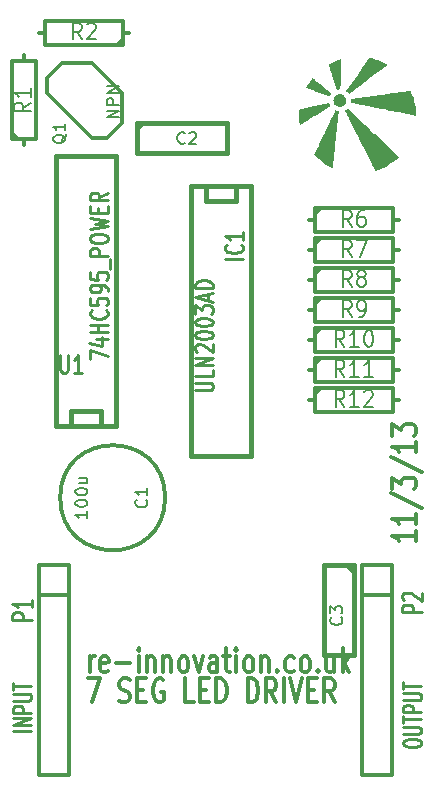
<source format=gto>
G04 (created by PCBNEW (2013-07-07 BZR 4022)-stable) date 17/03/2015 13:31:24*
%MOIN*%
G04 Gerber Fmt 3.4, Leading zero omitted, Abs format*
%FSLAX34Y34*%
G01*
G70*
G90*
G04 APERTURE LIST*
%ADD10C,0.00590551*%
%ADD11C,0.012*%
%ADD12C,0.015*%
%ADD13C,0.0001*%
%ADD14C,0.0107*%
%ADD15C,0.01*%
%ADD16C,0.01125*%
%ADD17C,0.0113*%
%ADD18C,0.008*%
G04 APERTURE END LIST*
G54D10*
G54D11*
X24823Y-29350D02*
X24823Y-29692D01*
X24823Y-29521D02*
X24023Y-29521D01*
X24138Y-29578D01*
X24214Y-29635D01*
X24252Y-29692D01*
X24823Y-28778D02*
X24823Y-29121D01*
X24823Y-28950D02*
X24023Y-28950D01*
X24138Y-29007D01*
X24214Y-29064D01*
X24252Y-29121D01*
X23985Y-28092D02*
X25014Y-28607D01*
X24023Y-27950D02*
X24023Y-27578D01*
X24328Y-27778D01*
X24328Y-27692D01*
X24366Y-27635D01*
X24404Y-27607D01*
X24480Y-27578D01*
X24671Y-27578D01*
X24747Y-27607D01*
X24785Y-27635D01*
X24823Y-27692D01*
X24823Y-27864D01*
X24785Y-27921D01*
X24747Y-27950D01*
X23985Y-26892D02*
X25014Y-27407D01*
X24823Y-26378D02*
X24823Y-26721D01*
X24823Y-26550D02*
X24023Y-26550D01*
X24138Y-26607D01*
X24214Y-26664D01*
X24252Y-26721D01*
X24023Y-26178D02*
X24023Y-25807D01*
X24328Y-26007D01*
X24328Y-25921D01*
X24366Y-25864D01*
X24404Y-25835D01*
X24480Y-25807D01*
X24671Y-25807D01*
X24747Y-25835D01*
X24785Y-25864D01*
X24823Y-25921D01*
X24823Y-26092D01*
X24785Y-26149D01*
X24747Y-26178D01*
X13935Y-34073D02*
X13935Y-33540D01*
X13935Y-33692D02*
X13964Y-33616D01*
X13992Y-33578D01*
X14050Y-33540D01*
X14107Y-33540D01*
X14535Y-34035D02*
X14478Y-34073D01*
X14364Y-34073D01*
X14307Y-34035D01*
X14278Y-33959D01*
X14278Y-33654D01*
X14307Y-33578D01*
X14364Y-33540D01*
X14478Y-33540D01*
X14535Y-33578D01*
X14564Y-33654D01*
X14564Y-33730D01*
X14278Y-33807D01*
X14821Y-33769D02*
X15278Y-33769D01*
X15564Y-34073D02*
X15564Y-33540D01*
X15564Y-33273D02*
X15535Y-33311D01*
X15564Y-33350D01*
X15592Y-33311D01*
X15564Y-33273D01*
X15564Y-33350D01*
X15850Y-33540D02*
X15850Y-34073D01*
X15850Y-33616D02*
X15878Y-33578D01*
X15935Y-33540D01*
X16021Y-33540D01*
X16078Y-33578D01*
X16107Y-33654D01*
X16107Y-34073D01*
X16392Y-33540D02*
X16392Y-34073D01*
X16392Y-33616D02*
X16421Y-33578D01*
X16478Y-33540D01*
X16564Y-33540D01*
X16621Y-33578D01*
X16650Y-33654D01*
X16650Y-34073D01*
X17021Y-34073D02*
X16964Y-34035D01*
X16935Y-33997D01*
X16907Y-33921D01*
X16907Y-33692D01*
X16935Y-33616D01*
X16964Y-33578D01*
X17021Y-33540D01*
X17107Y-33540D01*
X17164Y-33578D01*
X17192Y-33616D01*
X17221Y-33692D01*
X17221Y-33921D01*
X17192Y-33997D01*
X17164Y-34035D01*
X17107Y-34073D01*
X17021Y-34073D01*
X17421Y-33540D02*
X17564Y-34073D01*
X17707Y-33540D01*
X18192Y-34073D02*
X18192Y-33654D01*
X18164Y-33578D01*
X18107Y-33540D01*
X17992Y-33540D01*
X17935Y-33578D01*
X18192Y-34035D02*
X18135Y-34073D01*
X17992Y-34073D01*
X17935Y-34035D01*
X17907Y-33959D01*
X17907Y-33883D01*
X17935Y-33807D01*
X17992Y-33769D01*
X18135Y-33769D01*
X18192Y-33730D01*
X18392Y-33540D02*
X18621Y-33540D01*
X18478Y-33273D02*
X18478Y-33959D01*
X18507Y-34035D01*
X18564Y-34073D01*
X18621Y-34073D01*
X18821Y-34073D02*
X18821Y-33540D01*
X18821Y-33273D02*
X18792Y-33311D01*
X18821Y-33350D01*
X18850Y-33311D01*
X18821Y-33273D01*
X18821Y-33350D01*
X19192Y-34073D02*
X19135Y-34035D01*
X19107Y-33997D01*
X19078Y-33921D01*
X19078Y-33692D01*
X19107Y-33616D01*
X19135Y-33578D01*
X19192Y-33540D01*
X19278Y-33540D01*
X19335Y-33578D01*
X19364Y-33616D01*
X19392Y-33692D01*
X19392Y-33921D01*
X19364Y-33997D01*
X19335Y-34035D01*
X19278Y-34073D01*
X19192Y-34073D01*
X19650Y-33540D02*
X19650Y-34073D01*
X19650Y-33616D02*
X19678Y-33578D01*
X19735Y-33540D01*
X19821Y-33540D01*
X19878Y-33578D01*
X19907Y-33654D01*
X19907Y-34073D01*
X20192Y-33997D02*
X20221Y-34035D01*
X20192Y-34073D01*
X20164Y-34035D01*
X20192Y-33997D01*
X20192Y-34073D01*
X20735Y-34035D02*
X20678Y-34073D01*
X20564Y-34073D01*
X20507Y-34035D01*
X20478Y-33997D01*
X20450Y-33921D01*
X20450Y-33692D01*
X20478Y-33616D01*
X20507Y-33578D01*
X20564Y-33540D01*
X20678Y-33540D01*
X20735Y-33578D01*
X21078Y-34073D02*
X21021Y-34035D01*
X20992Y-33997D01*
X20964Y-33921D01*
X20964Y-33692D01*
X20992Y-33616D01*
X21021Y-33578D01*
X21078Y-33540D01*
X21164Y-33540D01*
X21221Y-33578D01*
X21250Y-33616D01*
X21278Y-33692D01*
X21278Y-33921D01*
X21250Y-33997D01*
X21221Y-34035D01*
X21164Y-34073D01*
X21078Y-34073D01*
X21535Y-33997D02*
X21564Y-34035D01*
X21535Y-34073D01*
X21507Y-34035D01*
X21535Y-33997D01*
X21535Y-34073D01*
X22078Y-33540D02*
X22078Y-34073D01*
X21821Y-33540D02*
X21821Y-33959D01*
X21850Y-34035D01*
X21907Y-34073D01*
X21992Y-34073D01*
X22050Y-34035D01*
X22078Y-33997D01*
X22364Y-34073D02*
X22364Y-33273D01*
X22421Y-33769D02*
X22592Y-34073D01*
X22592Y-33540D02*
X22364Y-33845D01*
X13871Y-34273D02*
X14271Y-34273D01*
X14014Y-35073D01*
X14928Y-35035D02*
X15014Y-35073D01*
X15157Y-35073D01*
X15214Y-35035D01*
X15242Y-34997D01*
X15271Y-34921D01*
X15271Y-34845D01*
X15242Y-34769D01*
X15214Y-34730D01*
X15157Y-34692D01*
X15042Y-34654D01*
X14985Y-34616D01*
X14957Y-34578D01*
X14928Y-34502D01*
X14928Y-34426D01*
X14957Y-34350D01*
X14985Y-34311D01*
X15042Y-34273D01*
X15185Y-34273D01*
X15271Y-34311D01*
X15528Y-34654D02*
X15728Y-34654D01*
X15814Y-35073D02*
X15528Y-35073D01*
X15528Y-34273D01*
X15814Y-34273D01*
X16385Y-34311D02*
X16328Y-34273D01*
X16242Y-34273D01*
X16157Y-34311D01*
X16100Y-34388D01*
X16071Y-34464D01*
X16042Y-34616D01*
X16042Y-34730D01*
X16071Y-34883D01*
X16100Y-34959D01*
X16157Y-35035D01*
X16242Y-35073D01*
X16300Y-35073D01*
X16385Y-35035D01*
X16414Y-34997D01*
X16414Y-34730D01*
X16300Y-34730D01*
X17414Y-35073D02*
X17128Y-35073D01*
X17128Y-34273D01*
X17614Y-34654D02*
X17814Y-34654D01*
X17900Y-35073D02*
X17614Y-35073D01*
X17614Y-34273D01*
X17900Y-34273D01*
X18157Y-35073D02*
X18157Y-34273D01*
X18300Y-34273D01*
X18385Y-34311D01*
X18442Y-34388D01*
X18471Y-34464D01*
X18500Y-34616D01*
X18500Y-34730D01*
X18471Y-34883D01*
X18442Y-34959D01*
X18385Y-35035D01*
X18300Y-35073D01*
X18157Y-35073D01*
X19214Y-35073D02*
X19214Y-34273D01*
X19357Y-34273D01*
X19442Y-34311D01*
X19500Y-34388D01*
X19528Y-34464D01*
X19557Y-34616D01*
X19557Y-34730D01*
X19528Y-34883D01*
X19500Y-34959D01*
X19442Y-35035D01*
X19357Y-35073D01*
X19214Y-35073D01*
X20157Y-35073D02*
X19957Y-34692D01*
X19814Y-35073D02*
X19814Y-34273D01*
X20042Y-34273D01*
X20100Y-34311D01*
X20128Y-34350D01*
X20157Y-34426D01*
X20157Y-34540D01*
X20128Y-34616D01*
X20100Y-34654D01*
X20042Y-34692D01*
X19814Y-34692D01*
X20414Y-35073D02*
X20414Y-34273D01*
X20614Y-34273D02*
X20814Y-35073D01*
X21014Y-34273D01*
X21214Y-34654D02*
X21414Y-34654D01*
X21500Y-35073D02*
X21214Y-35073D01*
X21214Y-34273D01*
X21500Y-34273D01*
X22100Y-35073D02*
X21900Y-34692D01*
X21757Y-35073D02*
X21757Y-34273D01*
X21985Y-34273D01*
X22042Y-34311D01*
X22071Y-34350D01*
X22100Y-34426D01*
X22100Y-34540D01*
X22071Y-34616D01*
X22042Y-34654D01*
X21985Y-34692D01*
X21757Y-34692D01*
X13250Y-30500D02*
X13250Y-30500D01*
X13250Y-30500D02*
X13250Y-37500D01*
X13250Y-37500D02*
X12250Y-37500D01*
X12250Y-37500D02*
X12250Y-30500D01*
X12250Y-30500D02*
X13250Y-30500D01*
X12250Y-31500D02*
X12250Y-31500D01*
X12250Y-31500D02*
X13250Y-31500D01*
X24000Y-30500D02*
X24000Y-30500D01*
X24000Y-30500D02*
X24000Y-37500D01*
X24000Y-37500D02*
X23000Y-37500D01*
X23000Y-37500D02*
X23000Y-30500D01*
X23000Y-30500D02*
X24000Y-30500D01*
X23000Y-31500D02*
X23000Y-31500D01*
X23000Y-31500D02*
X24000Y-31500D01*
G54D12*
X13300Y-25850D02*
X13300Y-25850D01*
X13300Y-25850D02*
X13300Y-25350D01*
X13300Y-25350D02*
X14300Y-25350D01*
X14300Y-25350D02*
X14300Y-25850D01*
X12800Y-25850D02*
X12800Y-16850D01*
X12800Y-16850D02*
X14800Y-16850D01*
X14800Y-16850D02*
X14800Y-25850D01*
X14800Y-25850D02*
X12800Y-25850D01*
G54D11*
X12500Y-14750D02*
X14000Y-16250D01*
X14000Y-16250D02*
X14500Y-16250D01*
X14500Y-16250D02*
X15000Y-15750D01*
X15000Y-15750D02*
X15000Y-14750D01*
X15000Y-14750D02*
X14000Y-13750D01*
X14000Y-13750D02*
X13000Y-13750D01*
X13000Y-13750D02*
X12500Y-14250D01*
X12500Y-14250D02*
X12500Y-14750D01*
X11750Y-16500D02*
X11750Y-16300D01*
X11750Y-13500D02*
X11750Y-13700D01*
X11750Y-13700D02*
X11350Y-13700D01*
X11350Y-13700D02*
X11350Y-16300D01*
X11350Y-16300D02*
X12150Y-16300D01*
X12150Y-16300D02*
X12150Y-13700D01*
X12150Y-13700D02*
X11750Y-13700D01*
X11550Y-16300D02*
X11350Y-16100D01*
X15250Y-12750D02*
X15050Y-12750D01*
X12250Y-12750D02*
X12450Y-12750D01*
X12450Y-12750D02*
X12450Y-13150D01*
X12450Y-13150D02*
X15050Y-13150D01*
X15050Y-13150D02*
X15050Y-12350D01*
X15050Y-12350D02*
X12450Y-12350D01*
X12450Y-12350D02*
X12450Y-12750D01*
X15050Y-12950D02*
X14850Y-13150D01*
X16450Y-28250D02*
G75*
G03X16450Y-28250I-1750J0D01*
G74*
G01*
G54D12*
X15500Y-15750D02*
X15500Y-16750D01*
X15500Y-16750D02*
X18500Y-16750D01*
X18500Y-16750D02*
X18500Y-15750D01*
X18500Y-15750D02*
X15500Y-15750D01*
G54D11*
X15500Y-16000D02*
X15750Y-15750D01*
G54D12*
X18800Y-17850D02*
X18800Y-17850D01*
X18800Y-17850D02*
X18800Y-18350D01*
X18800Y-18350D02*
X17800Y-18350D01*
X17800Y-18350D02*
X17800Y-17850D01*
X19300Y-17850D02*
X19300Y-26850D01*
X19300Y-26850D02*
X17300Y-26850D01*
X17300Y-26850D02*
X17300Y-17850D01*
X17300Y-17850D02*
X19300Y-17850D01*
G54D11*
X21250Y-19000D02*
X21450Y-19000D01*
X24250Y-19000D02*
X24050Y-19000D01*
X24050Y-19000D02*
X24050Y-18600D01*
X24050Y-18600D02*
X21450Y-18600D01*
X21450Y-18600D02*
X21450Y-19400D01*
X21450Y-19400D02*
X24050Y-19400D01*
X24050Y-19400D02*
X24050Y-19000D01*
X21450Y-18800D02*
X21650Y-18600D01*
X21250Y-20000D02*
X21450Y-20000D01*
X24250Y-20000D02*
X24050Y-20000D01*
X24050Y-20000D02*
X24050Y-19600D01*
X24050Y-19600D02*
X21450Y-19600D01*
X21450Y-19600D02*
X21450Y-20400D01*
X21450Y-20400D02*
X24050Y-20400D01*
X24050Y-20400D02*
X24050Y-20000D01*
X21450Y-19800D02*
X21650Y-19600D01*
X21250Y-21000D02*
X21450Y-21000D01*
X24250Y-21000D02*
X24050Y-21000D01*
X24050Y-21000D02*
X24050Y-20600D01*
X24050Y-20600D02*
X21450Y-20600D01*
X21450Y-20600D02*
X21450Y-21400D01*
X21450Y-21400D02*
X24050Y-21400D01*
X24050Y-21400D02*
X24050Y-21000D01*
X21450Y-20800D02*
X21650Y-20600D01*
X21250Y-22000D02*
X21450Y-22000D01*
X24250Y-22000D02*
X24050Y-22000D01*
X24050Y-22000D02*
X24050Y-21600D01*
X24050Y-21600D02*
X21450Y-21600D01*
X21450Y-21600D02*
X21450Y-22400D01*
X21450Y-22400D02*
X24050Y-22400D01*
X24050Y-22400D02*
X24050Y-22000D01*
X21450Y-21800D02*
X21650Y-21600D01*
X21250Y-23000D02*
X21450Y-23000D01*
X24250Y-23000D02*
X24050Y-23000D01*
X24050Y-23000D02*
X24050Y-22600D01*
X24050Y-22600D02*
X21450Y-22600D01*
X21450Y-22600D02*
X21450Y-23400D01*
X21450Y-23400D02*
X24050Y-23400D01*
X24050Y-23400D02*
X24050Y-23000D01*
X21450Y-22800D02*
X21650Y-22600D01*
X21250Y-24000D02*
X21450Y-24000D01*
X24250Y-24000D02*
X24050Y-24000D01*
X24050Y-24000D02*
X24050Y-23600D01*
X24050Y-23600D02*
X21450Y-23600D01*
X21450Y-23600D02*
X21450Y-24400D01*
X21450Y-24400D02*
X24050Y-24400D01*
X24050Y-24400D02*
X24050Y-24000D01*
X21450Y-23800D02*
X21650Y-23600D01*
X21250Y-25000D02*
X21450Y-25000D01*
X24250Y-25000D02*
X24050Y-25000D01*
X24050Y-25000D02*
X24050Y-24600D01*
X24050Y-24600D02*
X21450Y-24600D01*
X21450Y-24600D02*
X21450Y-25400D01*
X21450Y-25400D02*
X24050Y-25400D01*
X24050Y-25400D02*
X24050Y-25000D01*
X21450Y-24800D02*
X21650Y-24600D01*
G54D13*
G36*
X24232Y-16898D02*
X24206Y-16923D01*
X24134Y-16986D01*
X24056Y-17048D01*
X23973Y-17107D01*
X23886Y-17163D01*
X23798Y-17215D01*
X23709Y-17261D01*
X23620Y-17301D01*
X23602Y-17309D01*
X23584Y-17316D01*
X23564Y-17324D01*
X23542Y-17332D01*
X23520Y-17340D01*
X23500Y-17348D01*
X23482Y-17354D01*
X23469Y-17358D01*
X23461Y-17360D01*
X23460Y-17360D01*
X23458Y-17357D01*
X23453Y-17346D01*
X23444Y-17330D01*
X23433Y-17307D01*
X23418Y-17278D01*
X23400Y-17243D01*
X23380Y-17203D01*
X23357Y-17158D01*
X23332Y-17109D01*
X23305Y-17054D01*
X23275Y-16996D01*
X23244Y-16933D01*
X23210Y-16867D01*
X23176Y-16797D01*
X23139Y-16724D01*
X23101Y-16648D01*
X23062Y-16570D01*
X23021Y-16489D01*
X22980Y-16407D01*
X22950Y-16348D01*
X22908Y-16264D01*
X22867Y-16181D01*
X22827Y-16101D01*
X22789Y-16024D01*
X22751Y-15949D01*
X22715Y-15877D01*
X22681Y-15808D01*
X22649Y-15743D01*
X22618Y-15681D01*
X22590Y-15624D01*
X22563Y-15571D01*
X22539Y-15522D01*
X22518Y-15479D01*
X22499Y-15440D01*
X22483Y-15407D01*
X22469Y-15380D01*
X22459Y-15359D01*
X22452Y-15344D01*
X22448Y-15336D01*
X22447Y-15334D01*
X22455Y-15330D01*
X22467Y-15323D01*
X22481Y-15313D01*
X22496Y-15302D01*
X22509Y-15291D01*
X22519Y-15283D01*
X22539Y-15265D01*
X22596Y-15319D01*
X22604Y-15327D01*
X22617Y-15339D01*
X22635Y-15357D01*
X22658Y-15379D01*
X22686Y-15406D01*
X22719Y-15437D01*
X22755Y-15472D01*
X22795Y-15511D01*
X22839Y-15554D01*
X22887Y-15600D01*
X22937Y-15648D01*
X22991Y-15700D01*
X23047Y-15754D01*
X23106Y-15811D01*
X23167Y-15869D01*
X23229Y-15930D01*
X23294Y-15992D01*
X23360Y-16055D01*
X23426Y-16120D01*
X23443Y-16136D01*
X24232Y-16898D01*
X24232Y-16898D01*
X24232Y-16898D01*
G37*
G36*
X22236Y-15370D02*
X22234Y-15384D01*
X22233Y-15389D01*
X22232Y-15401D01*
X22230Y-15421D01*
X22227Y-15448D01*
X22224Y-15481D01*
X22220Y-15520D01*
X22215Y-15565D01*
X22209Y-15615D01*
X22204Y-15670D01*
X22197Y-15730D01*
X22191Y-15794D01*
X22183Y-15863D01*
X22176Y-15934D01*
X22168Y-16010D01*
X22160Y-16088D01*
X22151Y-16168D01*
X22143Y-16251D01*
X22136Y-16317D01*
X22125Y-16419D01*
X22115Y-16513D01*
X22106Y-16601D01*
X22098Y-16681D01*
X22090Y-16754D01*
X22083Y-16821D01*
X22076Y-16882D01*
X22070Y-16938D01*
X22065Y-16987D01*
X22061Y-17032D01*
X22056Y-17072D01*
X22053Y-17106D01*
X22049Y-17137D01*
X22046Y-17164D01*
X22044Y-17186D01*
X22042Y-17205D01*
X22040Y-17222D01*
X22038Y-17235D01*
X22037Y-17245D01*
X22036Y-17253D01*
X22035Y-17259D01*
X22035Y-17264D01*
X22034Y-17267D01*
X22034Y-17269D01*
X22033Y-17269D01*
X22033Y-17270D01*
X22032Y-17270D01*
X22032Y-17270D01*
X22028Y-17268D01*
X22018Y-17263D01*
X22004Y-17256D01*
X21986Y-17247D01*
X21974Y-17241D01*
X21865Y-17179D01*
X21761Y-17112D01*
X21663Y-17040D01*
X21570Y-16963D01*
X21484Y-16881D01*
X21473Y-16871D01*
X21457Y-16854D01*
X21443Y-16839D01*
X21432Y-16826D01*
X21424Y-16818D01*
X21421Y-16814D01*
X21421Y-16813D01*
X21423Y-16810D01*
X21428Y-16799D01*
X21436Y-16782D01*
X21447Y-16759D01*
X21460Y-16730D01*
X21476Y-16696D01*
X21495Y-16656D01*
X21516Y-16612D01*
X21539Y-16563D01*
X21564Y-16510D01*
X21591Y-16454D01*
X21619Y-16394D01*
X21649Y-16330D01*
X21680Y-16264D01*
X21713Y-16196D01*
X21746Y-16126D01*
X21770Y-16076D01*
X21804Y-16005D01*
X21837Y-15935D01*
X21869Y-15867D01*
X21900Y-15802D01*
X21929Y-15740D01*
X21957Y-15681D01*
X21984Y-15625D01*
X22008Y-15574D01*
X22031Y-15527D01*
X22051Y-15484D01*
X22069Y-15446D01*
X22084Y-15413D01*
X22097Y-15386D01*
X22107Y-15365D01*
X22114Y-15350D01*
X22118Y-15341D01*
X22119Y-15339D01*
X22123Y-15339D01*
X22132Y-15342D01*
X22144Y-15346D01*
X22160Y-15352D01*
X22179Y-15357D01*
X22199Y-15362D01*
X22202Y-15363D01*
X22236Y-15370D01*
X22236Y-15370D01*
X22236Y-15370D01*
G37*
G36*
X21962Y-15193D02*
X21962Y-15195D01*
X21958Y-15197D01*
X21949Y-15204D01*
X21933Y-15213D01*
X21912Y-15226D01*
X21886Y-15242D01*
X21856Y-15261D01*
X21821Y-15282D01*
X21784Y-15306D01*
X21742Y-15331D01*
X21699Y-15358D01*
X21653Y-15386D01*
X21605Y-15416D01*
X21556Y-15446D01*
X21506Y-15477D01*
X21455Y-15509D01*
X21404Y-15540D01*
X21354Y-15571D01*
X21305Y-15601D01*
X21257Y-15631D01*
X21211Y-15659D01*
X21167Y-15686D01*
X21126Y-15712D01*
X21087Y-15735D01*
X21053Y-15757D01*
X21022Y-15776D01*
X20996Y-15792D01*
X20974Y-15805D01*
X20958Y-15815D01*
X20948Y-15821D01*
X20944Y-15823D01*
X20942Y-15821D01*
X20940Y-15812D01*
X20938Y-15799D01*
X20937Y-15798D01*
X20928Y-15725D01*
X20921Y-15649D01*
X20918Y-15568D01*
X20917Y-15520D01*
X20918Y-15494D01*
X20918Y-15466D01*
X20919Y-15437D01*
X20920Y-15408D01*
X20921Y-15382D01*
X20922Y-15357D01*
X20924Y-15337D01*
X20925Y-15321D01*
X20926Y-15312D01*
X20927Y-15310D01*
X20931Y-15309D01*
X20942Y-15306D01*
X20960Y-15302D01*
X20984Y-15296D01*
X21013Y-15290D01*
X21047Y-15282D01*
X21085Y-15273D01*
X21127Y-15263D01*
X21172Y-15253D01*
X21220Y-15242D01*
X21271Y-15230D01*
X21322Y-15219D01*
X21375Y-15207D01*
X21428Y-15195D01*
X21481Y-15182D01*
X21534Y-15171D01*
X21585Y-15159D01*
X21634Y-15148D01*
X21681Y-15137D01*
X21726Y-15127D01*
X21766Y-15118D01*
X21803Y-15110D01*
X21835Y-15102D01*
X21862Y-15096D01*
X21884Y-15092D01*
X21899Y-15088D01*
X21908Y-15086D01*
X21908Y-15086D01*
X21915Y-15085D01*
X21920Y-15087D01*
X21923Y-15093D01*
X21927Y-15105D01*
X21931Y-15118D01*
X21938Y-15136D01*
X21946Y-15154D01*
X21949Y-15159D01*
X21956Y-15174D01*
X21960Y-15186D01*
X21962Y-15193D01*
X21962Y-15193D01*
X21962Y-15193D01*
G37*
G36*
X24819Y-15471D02*
X24819Y-15491D01*
X24818Y-15504D01*
X24817Y-15512D01*
X24816Y-15516D01*
X24813Y-15517D01*
X24812Y-15517D01*
X24808Y-15516D01*
X24796Y-15514D01*
X24777Y-15510D01*
X24751Y-15505D01*
X24719Y-15499D01*
X24681Y-15491D01*
X24637Y-15482D01*
X24587Y-15472D01*
X24532Y-15461D01*
X24472Y-15449D01*
X24408Y-15436D01*
X24339Y-15423D01*
X24267Y-15408D01*
X24191Y-15393D01*
X24111Y-15377D01*
X24029Y-15360D01*
X23943Y-15343D01*
X23855Y-15325D01*
X23766Y-15307D01*
X23736Y-15301D01*
X23646Y-15283D01*
X23557Y-15265D01*
X23471Y-15247D01*
X23387Y-15231D01*
X23306Y-15214D01*
X23229Y-15199D01*
X23155Y-15184D01*
X23085Y-15169D01*
X23018Y-15156D01*
X22957Y-15144D01*
X22900Y-15132D01*
X22848Y-15122D01*
X22802Y-15112D01*
X22761Y-15104D01*
X22727Y-15097D01*
X22698Y-15092D01*
X22677Y-15087D01*
X22662Y-15084D01*
X22655Y-15083D01*
X22654Y-15083D01*
X22646Y-15081D01*
X22643Y-15077D01*
X22643Y-15070D01*
X22644Y-15064D01*
X22645Y-15053D01*
X22646Y-15037D01*
X22646Y-15017D01*
X22646Y-15004D01*
X22646Y-14960D01*
X23633Y-14821D01*
X23720Y-14809D01*
X23806Y-14797D01*
X23889Y-14785D01*
X23969Y-14774D01*
X24046Y-14763D01*
X24120Y-14753D01*
X24191Y-14743D01*
X24257Y-14733D01*
X24319Y-14725D01*
X24377Y-14716D01*
X24429Y-14709D01*
X24476Y-14702D01*
X24518Y-14696D01*
X24553Y-14691D01*
X24582Y-14687D01*
X24605Y-14684D01*
X24620Y-14682D01*
X24629Y-14681D01*
X24630Y-14680D01*
X24635Y-14680D01*
X24638Y-14682D01*
X24642Y-14687D01*
X24647Y-14696D01*
X24654Y-14711D01*
X24657Y-14719D01*
X24695Y-14818D01*
X24729Y-14922D01*
X24759Y-15029D01*
X24782Y-15138D01*
X24799Y-15237D01*
X24804Y-15277D01*
X24809Y-15319D01*
X24813Y-15361D01*
X24816Y-15402D01*
X24818Y-15439D01*
X24819Y-15470D01*
X24819Y-15471D01*
X24819Y-15471D01*
X24819Y-15471D01*
G37*
G36*
X22487Y-15003D02*
X22483Y-15040D01*
X22473Y-15076D01*
X22457Y-15110D01*
X22435Y-15141D01*
X22408Y-15167D01*
X22377Y-15189D01*
X22342Y-15205D01*
X22331Y-15208D01*
X22307Y-15213D01*
X22282Y-15216D01*
X22261Y-15216D01*
X22258Y-15216D01*
X22216Y-15208D01*
X22178Y-15193D01*
X22144Y-15172D01*
X22115Y-15146D01*
X22091Y-15114D01*
X22073Y-15077D01*
X22070Y-15070D01*
X22066Y-15055D01*
X22063Y-15041D01*
X22062Y-15025D01*
X22061Y-15004D01*
X22061Y-15000D01*
X22062Y-14979D01*
X22063Y-14963D01*
X22065Y-14951D01*
X22069Y-14938D01*
X22072Y-14930D01*
X22091Y-14892D01*
X22115Y-14859D01*
X22144Y-14833D01*
X22177Y-14812D01*
X22214Y-14798D01*
X22253Y-14791D01*
X22289Y-14790D01*
X22328Y-14797D01*
X22365Y-14810D01*
X22398Y-14830D01*
X22427Y-14855D01*
X22451Y-14886D01*
X22470Y-14921D01*
X22482Y-14961D01*
X22483Y-14965D01*
X22487Y-15003D01*
X22487Y-15003D01*
X22487Y-15003D01*
G37*
G36*
X21995Y-14768D02*
X21994Y-14771D01*
X21989Y-14780D01*
X21981Y-14792D01*
X21977Y-14799D01*
X21967Y-14815D01*
X21957Y-14833D01*
X21950Y-14847D01*
X21949Y-14850D01*
X21943Y-14862D01*
X21938Y-14869D01*
X21935Y-14872D01*
X21931Y-14870D01*
X21920Y-14866D01*
X21903Y-14860D01*
X21879Y-14852D01*
X21850Y-14841D01*
X21816Y-14829D01*
X21778Y-14815D01*
X21736Y-14800D01*
X21690Y-14783D01*
X21641Y-14765D01*
X21590Y-14746D01*
X21539Y-14728D01*
X21486Y-14709D01*
X21435Y-14690D01*
X21387Y-14672D01*
X21341Y-14656D01*
X21299Y-14640D01*
X21262Y-14627D01*
X21228Y-14614D01*
X21200Y-14604D01*
X21177Y-14596D01*
X21160Y-14590D01*
X21150Y-14586D01*
X21147Y-14585D01*
X21147Y-14581D01*
X21151Y-14573D01*
X21158Y-14560D01*
X21167Y-14544D01*
X21176Y-14526D01*
X21186Y-14508D01*
X21196Y-14491D01*
X21204Y-14479D01*
X21216Y-14460D01*
X21230Y-14438D01*
X21246Y-14414D01*
X21263Y-14389D01*
X21281Y-14364D01*
X21298Y-14340D01*
X21315Y-14317D01*
X21330Y-14296D01*
X21344Y-14279D01*
X21354Y-14265D01*
X21362Y-14257D01*
X21365Y-14254D01*
X21369Y-14256D01*
X21378Y-14263D01*
X21391Y-14275D01*
X21410Y-14290D01*
X21433Y-14308D01*
X21459Y-14329D01*
X21489Y-14353D01*
X21521Y-14379D01*
X21555Y-14407D01*
X21591Y-14436D01*
X21628Y-14467D01*
X21666Y-14497D01*
X21704Y-14529D01*
X21741Y-14559D01*
X21778Y-14589D01*
X21814Y-14619D01*
X21848Y-14646D01*
X21879Y-14672D01*
X21908Y-14696D01*
X21934Y-14717D01*
X21955Y-14734D01*
X21973Y-14749D01*
X21986Y-14760D01*
X21993Y-14766D01*
X21995Y-14768D01*
X21995Y-14768D01*
X21995Y-14768D01*
G37*
G36*
X23874Y-13823D02*
X23228Y-14303D01*
X23165Y-14350D01*
X23103Y-14396D01*
X23043Y-14441D01*
X22986Y-14483D01*
X22931Y-14524D01*
X22879Y-14563D01*
X22830Y-14599D01*
X22784Y-14633D01*
X22743Y-14664D01*
X22705Y-14692D01*
X22672Y-14716D01*
X22643Y-14738D01*
X22620Y-14755D01*
X22601Y-14769D01*
X22588Y-14778D01*
X22581Y-14783D01*
X22580Y-14784D01*
X22576Y-14782D01*
X22568Y-14775D01*
X22557Y-14764D01*
X22547Y-14754D01*
X22534Y-14741D01*
X22520Y-14728D01*
X22510Y-14718D01*
X22505Y-14714D01*
X22492Y-14705D01*
X22864Y-14152D01*
X22904Y-14092D01*
X22943Y-14034D01*
X22981Y-13978D01*
X23017Y-13925D01*
X23051Y-13874D01*
X23083Y-13826D01*
X23113Y-13782D01*
X23140Y-13742D01*
X23165Y-13705D01*
X23186Y-13673D01*
X23204Y-13646D01*
X23219Y-13624D01*
X23230Y-13608D01*
X23237Y-13597D01*
X23240Y-13593D01*
X23240Y-13592D01*
X23242Y-13590D01*
X23247Y-13589D01*
X23255Y-13590D01*
X23267Y-13592D01*
X23286Y-13595D01*
X23290Y-13596D01*
X23345Y-13608D01*
X23404Y-13624D01*
X23467Y-13644D01*
X23531Y-13665D01*
X23596Y-13690D01*
X23640Y-13707D01*
X23658Y-13715D01*
X23681Y-13725D01*
X23707Y-13737D01*
X23734Y-13750D01*
X23762Y-13764D01*
X23789Y-13777D01*
X23814Y-13789D01*
X23835Y-13800D01*
X23851Y-13809D01*
X23859Y-13814D01*
X23874Y-13823D01*
X23874Y-13823D01*
X23874Y-13823D01*
G37*
G36*
X22315Y-13659D02*
X22315Y-13669D01*
X22315Y-13686D01*
X22314Y-13710D01*
X22314Y-13740D01*
X22313Y-13775D01*
X22312Y-13815D01*
X22311Y-13859D01*
X22310Y-13906D01*
X22309Y-13956D01*
X22308Y-14007D01*
X22306Y-14060D01*
X22305Y-14114D01*
X22304Y-14168D01*
X22303Y-14222D01*
X22301Y-14274D01*
X22300Y-14324D01*
X22299Y-14372D01*
X22298Y-14417D01*
X22297Y-14458D01*
X22296Y-14494D01*
X22295Y-14525D01*
X22294Y-14551D01*
X22293Y-14570D01*
X22293Y-14582D01*
X22293Y-14583D01*
X22291Y-14635D01*
X22261Y-14638D01*
X22241Y-14640D01*
X22219Y-14644D01*
X22203Y-14647D01*
X22189Y-14651D01*
X22178Y-14653D01*
X22173Y-14653D01*
X22173Y-14653D01*
X22172Y-14649D01*
X22169Y-14638D01*
X22163Y-14621D01*
X22156Y-14597D01*
X22146Y-14568D01*
X22135Y-14534D01*
X22123Y-14496D01*
X22109Y-14453D01*
X22094Y-14406D01*
X22078Y-14356D01*
X22061Y-14304D01*
X22043Y-14249D01*
X22037Y-14232D01*
X22019Y-14177D01*
X22002Y-14123D01*
X21986Y-14072D01*
X21970Y-14025D01*
X21956Y-13980D01*
X21943Y-13940D01*
X21932Y-13904D01*
X21922Y-13874D01*
X21914Y-13848D01*
X21908Y-13829D01*
X21904Y-13816D01*
X21902Y-13809D01*
X21902Y-13809D01*
X21905Y-13806D01*
X21915Y-13801D01*
X21930Y-13793D01*
X21949Y-13783D01*
X21972Y-13770D01*
X21999Y-13757D01*
X22015Y-13749D01*
X22079Y-13718D01*
X22138Y-13691D01*
X22192Y-13668D01*
X22240Y-13649D01*
X22282Y-13635D01*
X22282Y-13635D01*
X22315Y-13625D01*
X22315Y-13659D01*
X22315Y-13659D01*
X22315Y-13659D01*
G37*
G54D12*
X22750Y-30500D02*
X21750Y-30500D01*
X21750Y-30500D02*
X21750Y-33500D01*
X21750Y-33500D02*
X22750Y-33500D01*
X22750Y-33500D02*
X22750Y-30500D01*
G54D11*
X22500Y-30500D02*
X22750Y-30750D01*
G54D14*
X12025Y-32315D02*
X11344Y-32315D01*
X11344Y-32152D01*
X11377Y-32112D01*
X11409Y-32091D01*
X11474Y-32071D01*
X11571Y-32071D01*
X11636Y-32091D01*
X11668Y-32112D01*
X11701Y-32152D01*
X11701Y-32315D01*
X12025Y-31663D02*
X12025Y-31908D01*
X12025Y-31786D02*
X11344Y-31786D01*
X11441Y-31826D01*
X11506Y-31867D01*
X11539Y-31908D01*
G54D15*
X11992Y-36021D02*
X11392Y-36021D01*
X11992Y-35830D02*
X11392Y-35830D01*
X11992Y-35602D01*
X11392Y-35602D01*
X11992Y-35411D02*
X11392Y-35411D01*
X11392Y-35259D01*
X11421Y-35221D01*
X11450Y-35202D01*
X11507Y-35183D01*
X11592Y-35183D01*
X11650Y-35202D01*
X11678Y-35221D01*
X11707Y-35259D01*
X11707Y-35411D01*
X11392Y-35011D02*
X11878Y-35011D01*
X11935Y-34992D01*
X11964Y-34973D01*
X11992Y-34935D01*
X11992Y-34859D01*
X11964Y-34821D01*
X11935Y-34802D01*
X11878Y-34783D01*
X11392Y-34783D01*
X11392Y-34649D02*
X11392Y-34421D01*
X11992Y-34535D02*
X11392Y-34535D01*
G54D14*
X25025Y-32065D02*
X24344Y-32065D01*
X24344Y-31902D01*
X24377Y-31862D01*
X24409Y-31841D01*
X24474Y-31821D01*
X24571Y-31821D01*
X24636Y-31841D01*
X24668Y-31862D01*
X24701Y-31902D01*
X24701Y-32065D01*
X24409Y-31658D02*
X24377Y-31637D01*
X24344Y-31597D01*
X24344Y-31495D01*
X24377Y-31454D01*
X24409Y-31434D01*
X24474Y-31413D01*
X24539Y-31413D01*
X24636Y-31434D01*
X25025Y-31678D01*
X25025Y-31413D01*
G54D15*
X24392Y-36461D02*
X24392Y-36385D01*
X24421Y-36347D01*
X24478Y-36309D01*
X24592Y-36290D01*
X24792Y-36290D01*
X24907Y-36309D01*
X24964Y-36347D01*
X24992Y-36385D01*
X24992Y-36461D01*
X24964Y-36499D01*
X24907Y-36538D01*
X24792Y-36557D01*
X24592Y-36557D01*
X24478Y-36538D01*
X24421Y-36499D01*
X24392Y-36461D01*
X24392Y-36119D02*
X24878Y-36119D01*
X24935Y-36099D01*
X24964Y-36080D01*
X24992Y-36042D01*
X24992Y-35966D01*
X24964Y-35928D01*
X24935Y-35909D01*
X24878Y-35890D01*
X24392Y-35890D01*
X24392Y-35757D02*
X24392Y-35528D01*
X24992Y-35642D02*
X24392Y-35642D01*
X24992Y-35395D02*
X24392Y-35395D01*
X24392Y-35242D01*
X24421Y-35204D01*
X24450Y-35185D01*
X24507Y-35166D01*
X24592Y-35166D01*
X24650Y-35185D01*
X24678Y-35204D01*
X24707Y-35242D01*
X24707Y-35395D01*
X24392Y-34995D02*
X24878Y-34995D01*
X24935Y-34976D01*
X24964Y-34957D01*
X24992Y-34919D01*
X24992Y-34842D01*
X24964Y-34804D01*
X24935Y-34785D01*
X24878Y-34766D01*
X24392Y-34766D01*
X24392Y-34633D02*
X24392Y-34404D01*
X24992Y-34519D02*
X24392Y-34519D01*
G54D16*
X12957Y-23492D02*
X12957Y-23978D01*
X12978Y-24035D01*
X13000Y-24064D01*
X13042Y-24092D01*
X13128Y-24092D01*
X13171Y-24064D01*
X13192Y-24035D01*
X13214Y-23978D01*
X13214Y-23492D01*
X13664Y-24092D02*
X13407Y-24092D01*
X13535Y-24092D02*
X13535Y-23492D01*
X13492Y-23578D01*
X13450Y-23635D01*
X13407Y-23664D01*
G54D17*
G54D16*
X13942Y-23635D02*
X13942Y-23335D01*
X14542Y-23528D01*
X14142Y-22971D02*
X14542Y-22971D01*
X13914Y-23078D02*
X14342Y-23185D01*
X14342Y-22907D01*
X14542Y-22735D02*
X13942Y-22735D01*
X14228Y-22735D02*
X14228Y-22478D01*
X14542Y-22478D02*
X13942Y-22478D01*
X14485Y-22007D02*
X14514Y-22028D01*
X14542Y-22092D01*
X14542Y-22135D01*
X14514Y-22199D01*
X14457Y-22242D01*
X14400Y-22264D01*
X14285Y-22285D01*
X14200Y-22285D01*
X14085Y-22264D01*
X14028Y-22242D01*
X13971Y-22199D01*
X13942Y-22135D01*
X13942Y-22092D01*
X13971Y-22028D01*
X14000Y-22007D01*
X13942Y-21599D02*
X13942Y-21814D01*
X14228Y-21835D01*
X14200Y-21814D01*
X14171Y-21771D01*
X14171Y-21664D01*
X14200Y-21621D01*
X14228Y-21599D01*
X14285Y-21578D01*
X14428Y-21578D01*
X14485Y-21599D01*
X14514Y-21621D01*
X14542Y-21664D01*
X14542Y-21771D01*
X14514Y-21814D01*
X14485Y-21835D01*
X14542Y-21364D02*
X14542Y-21278D01*
X14514Y-21235D01*
X14485Y-21214D01*
X14400Y-21171D01*
X14285Y-21150D01*
X14057Y-21150D01*
X14000Y-21171D01*
X13971Y-21192D01*
X13942Y-21235D01*
X13942Y-21321D01*
X13971Y-21364D01*
X14000Y-21385D01*
X14057Y-21407D01*
X14200Y-21407D01*
X14257Y-21385D01*
X14285Y-21364D01*
X14314Y-21321D01*
X14314Y-21235D01*
X14285Y-21192D01*
X14257Y-21171D01*
X14200Y-21150D01*
X13942Y-20742D02*
X13942Y-20957D01*
X14228Y-20978D01*
X14200Y-20957D01*
X14171Y-20914D01*
X14171Y-20807D01*
X14200Y-20764D01*
X14228Y-20742D01*
X14285Y-20721D01*
X14428Y-20721D01*
X14485Y-20742D01*
X14514Y-20764D01*
X14542Y-20807D01*
X14542Y-20914D01*
X14514Y-20957D01*
X14485Y-20978D01*
X14600Y-20635D02*
X14600Y-20292D01*
X14542Y-20185D02*
X13942Y-20185D01*
X13942Y-20014D01*
X13971Y-19971D01*
X14000Y-19950D01*
X14057Y-19928D01*
X14142Y-19928D01*
X14200Y-19950D01*
X14228Y-19971D01*
X14257Y-20014D01*
X14257Y-20185D01*
X13942Y-19650D02*
X13942Y-19564D01*
X13971Y-19521D01*
X14028Y-19478D01*
X14142Y-19457D01*
X14342Y-19457D01*
X14457Y-19478D01*
X14514Y-19521D01*
X14542Y-19564D01*
X14542Y-19650D01*
X14514Y-19692D01*
X14457Y-19735D01*
X14342Y-19757D01*
X14142Y-19757D01*
X14028Y-19735D01*
X13971Y-19692D01*
X13942Y-19650D01*
X13942Y-19307D02*
X14542Y-19200D01*
X14114Y-19114D01*
X14542Y-19028D01*
X13942Y-18921D01*
X14228Y-18750D02*
X14228Y-18600D01*
X14542Y-18535D02*
X14542Y-18750D01*
X13942Y-18750D01*
X13942Y-18535D01*
X14542Y-18085D02*
X14257Y-18235D01*
X14542Y-18342D02*
X13942Y-18342D01*
X13942Y-18171D01*
X13971Y-18128D01*
X14000Y-18107D01*
X14057Y-18085D01*
X14142Y-18085D01*
X14200Y-18107D01*
X14228Y-18128D01*
X14257Y-18171D01*
X14257Y-18342D01*
G54D17*
G54D18*
X13150Y-16138D02*
X13130Y-16176D01*
X13092Y-16214D01*
X13035Y-16271D01*
X13016Y-16309D01*
X13016Y-16347D01*
X13111Y-16328D02*
X13092Y-16366D01*
X13054Y-16404D01*
X12978Y-16423D01*
X12845Y-16423D01*
X12769Y-16404D01*
X12730Y-16366D01*
X12711Y-16328D01*
X12711Y-16252D01*
X12730Y-16214D01*
X12769Y-16176D01*
X12845Y-16157D01*
X12978Y-16157D01*
X13054Y-16176D01*
X13092Y-16214D01*
X13111Y-16252D01*
X13111Y-16328D01*
X13111Y-15776D02*
X13111Y-16004D01*
X13111Y-15890D02*
X12711Y-15890D01*
X12769Y-15928D01*
X12807Y-15966D01*
X12826Y-16004D01*
X14911Y-15573D02*
X14511Y-15573D01*
X14911Y-15345D01*
X14511Y-15345D01*
X14911Y-15154D02*
X14511Y-15154D01*
X14511Y-15002D01*
X14530Y-14964D01*
X14550Y-14945D01*
X14588Y-14926D01*
X14645Y-14926D01*
X14683Y-14945D01*
X14702Y-14964D01*
X14721Y-15002D01*
X14721Y-15154D01*
X14911Y-14754D02*
X14511Y-14754D01*
X14911Y-14526D01*
X14511Y-14526D01*
X11972Y-15083D02*
X11710Y-15250D01*
X11972Y-15369D02*
X11422Y-15369D01*
X11422Y-15178D01*
X11448Y-15130D01*
X11475Y-15107D01*
X11527Y-15083D01*
X11605Y-15083D01*
X11658Y-15107D01*
X11684Y-15130D01*
X11710Y-15178D01*
X11710Y-15369D01*
X11972Y-14607D02*
X11972Y-14892D01*
X11972Y-14750D02*
X11422Y-14750D01*
X11501Y-14797D01*
X11553Y-14845D01*
X11579Y-14892D01*
X13666Y-12972D02*
X13500Y-12710D01*
X13380Y-12972D02*
X13380Y-12422D01*
X13571Y-12422D01*
X13619Y-12448D01*
X13642Y-12475D01*
X13666Y-12527D01*
X13666Y-12605D01*
X13642Y-12658D01*
X13619Y-12684D01*
X13571Y-12710D01*
X13380Y-12710D01*
X13857Y-12475D02*
X13880Y-12448D01*
X13928Y-12422D01*
X14047Y-12422D01*
X14095Y-12448D01*
X14119Y-12475D01*
X14142Y-12527D01*
X14142Y-12579D01*
X14119Y-12658D01*
X13833Y-12972D01*
X14142Y-12972D01*
X15823Y-28316D02*
X15842Y-28335D01*
X15861Y-28392D01*
X15861Y-28430D01*
X15842Y-28488D01*
X15804Y-28526D01*
X15766Y-28545D01*
X15690Y-28564D01*
X15633Y-28564D01*
X15557Y-28545D01*
X15519Y-28526D01*
X15480Y-28488D01*
X15461Y-28430D01*
X15461Y-28392D01*
X15480Y-28335D01*
X15500Y-28316D01*
X15861Y-27935D02*
X15861Y-28164D01*
X15861Y-28049D02*
X15461Y-28049D01*
X15519Y-28088D01*
X15557Y-28126D01*
X15576Y-28164D01*
X13861Y-28697D02*
X13861Y-28926D01*
X13861Y-28811D02*
X13461Y-28811D01*
X13519Y-28849D01*
X13557Y-28888D01*
X13576Y-28926D01*
X13461Y-28449D02*
X13461Y-28411D01*
X13480Y-28373D01*
X13500Y-28354D01*
X13538Y-28335D01*
X13614Y-28316D01*
X13709Y-28316D01*
X13785Y-28335D01*
X13823Y-28354D01*
X13842Y-28373D01*
X13861Y-28411D01*
X13861Y-28449D01*
X13842Y-28488D01*
X13823Y-28507D01*
X13785Y-28526D01*
X13709Y-28545D01*
X13614Y-28545D01*
X13538Y-28526D01*
X13500Y-28507D01*
X13480Y-28488D01*
X13461Y-28449D01*
X13461Y-28069D02*
X13461Y-28030D01*
X13480Y-27992D01*
X13500Y-27973D01*
X13538Y-27954D01*
X13614Y-27935D01*
X13709Y-27935D01*
X13785Y-27954D01*
X13823Y-27973D01*
X13842Y-27992D01*
X13861Y-28030D01*
X13861Y-28069D01*
X13842Y-28107D01*
X13823Y-28126D01*
X13785Y-28145D01*
X13709Y-28164D01*
X13614Y-28164D01*
X13538Y-28145D01*
X13500Y-28126D01*
X13480Y-28107D01*
X13461Y-28069D01*
X13595Y-27592D02*
X13861Y-27592D01*
X13595Y-27764D02*
X13804Y-27764D01*
X13842Y-27745D01*
X13861Y-27707D01*
X13861Y-27650D01*
X13842Y-27611D01*
X13823Y-27592D01*
X17108Y-16423D02*
X17089Y-16442D01*
X17032Y-16461D01*
X16994Y-16461D01*
X16936Y-16442D01*
X16898Y-16404D01*
X16879Y-16366D01*
X16860Y-16290D01*
X16860Y-16233D01*
X16879Y-16157D01*
X16898Y-16119D01*
X16936Y-16080D01*
X16994Y-16061D01*
X17032Y-16061D01*
X17089Y-16080D01*
X17108Y-16100D01*
X17260Y-16100D02*
X17279Y-16080D01*
X17317Y-16061D01*
X17413Y-16061D01*
X17451Y-16080D01*
X17470Y-16100D01*
X17489Y-16138D01*
X17489Y-16176D01*
X17470Y-16233D01*
X17241Y-16461D01*
X17489Y-16461D01*
G54D16*
X19042Y-20289D02*
X18442Y-20289D01*
X18985Y-19817D02*
X19014Y-19839D01*
X19042Y-19903D01*
X19042Y-19946D01*
X19014Y-20010D01*
X18957Y-20053D01*
X18900Y-20074D01*
X18785Y-20096D01*
X18700Y-20096D01*
X18585Y-20074D01*
X18528Y-20053D01*
X18471Y-20010D01*
X18442Y-19946D01*
X18442Y-19903D01*
X18471Y-19839D01*
X18500Y-19817D01*
X19042Y-19389D02*
X19042Y-19646D01*
X19042Y-19517D02*
X18442Y-19517D01*
X18528Y-19560D01*
X18585Y-19603D01*
X18614Y-19646D01*
G54D17*
G54D16*
X17442Y-24671D02*
X17928Y-24671D01*
X17985Y-24650D01*
X18014Y-24628D01*
X18042Y-24585D01*
X18042Y-24500D01*
X18014Y-24457D01*
X17985Y-24435D01*
X17928Y-24414D01*
X17442Y-24414D01*
X18042Y-23985D02*
X18042Y-24199D01*
X17442Y-24199D01*
X18042Y-23835D02*
X17442Y-23835D01*
X18042Y-23578D01*
X17442Y-23578D01*
X17500Y-23385D02*
X17471Y-23364D01*
X17442Y-23321D01*
X17442Y-23214D01*
X17471Y-23171D01*
X17500Y-23149D01*
X17557Y-23128D01*
X17614Y-23128D01*
X17700Y-23149D01*
X18042Y-23407D01*
X18042Y-23128D01*
X17442Y-22849D02*
X17442Y-22807D01*
X17471Y-22764D01*
X17500Y-22742D01*
X17557Y-22721D01*
X17671Y-22699D01*
X17814Y-22699D01*
X17928Y-22721D01*
X17985Y-22742D01*
X18014Y-22764D01*
X18042Y-22807D01*
X18042Y-22849D01*
X18014Y-22892D01*
X17985Y-22914D01*
X17928Y-22935D01*
X17814Y-22957D01*
X17671Y-22957D01*
X17557Y-22935D01*
X17500Y-22914D01*
X17471Y-22892D01*
X17442Y-22849D01*
X17442Y-22421D02*
X17442Y-22378D01*
X17471Y-22335D01*
X17500Y-22314D01*
X17557Y-22292D01*
X17671Y-22271D01*
X17814Y-22271D01*
X17928Y-22292D01*
X17985Y-22314D01*
X18014Y-22335D01*
X18042Y-22378D01*
X18042Y-22421D01*
X18014Y-22464D01*
X17985Y-22485D01*
X17928Y-22507D01*
X17814Y-22528D01*
X17671Y-22528D01*
X17557Y-22507D01*
X17500Y-22485D01*
X17471Y-22464D01*
X17442Y-22421D01*
X17442Y-22121D02*
X17442Y-21842D01*
X17671Y-21992D01*
X17671Y-21928D01*
X17700Y-21885D01*
X17728Y-21864D01*
X17785Y-21842D01*
X17928Y-21842D01*
X17985Y-21864D01*
X18014Y-21885D01*
X18042Y-21928D01*
X18042Y-22057D01*
X18014Y-22100D01*
X17985Y-22121D01*
X17871Y-21671D02*
X17871Y-21457D01*
X18042Y-21714D02*
X17442Y-21564D01*
X18042Y-21414D01*
X18042Y-21264D02*
X17442Y-21264D01*
X17442Y-21157D01*
X17471Y-21092D01*
X17528Y-21050D01*
X17585Y-21028D01*
X17700Y-21007D01*
X17785Y-21007D01*
X17900Y-21028D01*
X17957Y-21050D01*
X18014Y-21092D01*
X18042Y-21157D01*
X18042Y-21264D01*
G54D17*
G54D18*
X22666Y-19222D02*
X22500Y-18960D01*
X22380Y-19222D02*
X22380Y-18672D01*
X22571Y-18672D01*
X22619Y-18698D01*
X22642Y-18725D01*
X22666Y-18777D01*
X22666Y-18855D01*
X22642Y-18908D01*
X22619Y-18934D01*
X22571Y-18960D01*
X22380Y-18960D01*
X23095Y-18672D02*
X23000Y-18672D01*
X22952Y-18698D01*
X22928Y-18725D01*
X22880Y-18803D01*
X22857Y-18908D01*
X22857Y-19117D01*
X22880Y-19170D01*
X22904Y-19196D01*
X22952Y-19222D01*
X23047Y-19222D01*
X23095Y-19196D01*
X23119Y-19170D01*
X23142Y-19117D01*
X23142Y-18986D01*
X23119Y-18934D01*
X23095Y-18908D01*
X23047Y-18882D01*
X22952Y-18882D01*
X22904Y-18908D01*
X22880Y-18934D01*
X22857Y-18986D01*
X22666Y-20222D02*
X22500Y-19960D01*
X22380Y-20222D02*
X22380Y-19672D01*
X22571Y-19672D01*
X22619Y-19698D01*
X22642Y-19725D01*
X22666Y-19777D01*
X22666Y-19855D01*
X22642Y-19908D01*
X22619Y-19934D01*
X22571Y-19960D01*
X22380Y-19960D01*
X22833Y-19672D02*
X23166Y-19672D01*
X22952Y-20222D01*
X22666Y-21222D02*
X22500Y-20960D01*
X22380Y-21222D02*
X22380Y-20672D01*
X22571Y-20672D01*
X22619Y-20698D01*
X22642Y-20725D01*
X22666Y-20777D01*
X22666Y-20855D01*
X22642Y-20908D01*
X22619Y-20934D01*
X22571Y-20960D01*
X22380Y-20960D01*
X22952Y-20908D02*
X22904Y-20882D01*
X22880Y-20855D01*
X22857Y-20803D01*
X22857Y-20777D01*
X22880Y-20725D01*
X22904Y-20698D01*
X22952Y-20672D01*
X23047Y-20672D01*
X23095Y-20698D01*
X23119Y-20725D01*
X23142Y-20777D01*
X23142Y-20803D01*
X23119Y-20855D01*
X23095Y-20882D01*
X23047Y-20908D01*
X22952Y-20908D01*
X22904Y-20934D01*
X22880Y-20960D01*
X22857Y-21013D01*
X22857Y-21117D01*
X22880Y-21170D01*
X22904Y-21196D01*
X22952Y-21222D01*
X23047Y-21222D01*
X23095Y-21196D01*
X23119Y-21170D01*
X23142Y-21117D01*
X23142Y-21013D01*
X23119Y-20960D01*
X23095Y-20934D01*
X23047Y-20908D01*
X22666Y-22222D02*
X22500Y-21960D01*
X22380Y-22222D02*
X22380Y-21672D01*
X22571Y-21672D01*
X22619Y-21698D01*
X22642Y-21725D01*
X22666Y-21777D01*
X22666Y-21855D01*
X22642Y-21908D01*
X22619Y-21934D01*
X22571Y-21960D01*
X22380Y-21960D01*
X22904Y-22222D02*
X23000Y-22222D01*
X23047Y-22196D01*
X23071Y-22170D01*
X23119Y-22091D01*
X23142Y-21986D01*
X23142Y-21777D01*
X23119Y-21725D01*
X23095Y-21698D01*
X23047Y-21672D01*
X22952Y-21672D01*
X22904Y-21698D01*
X22880Y-21725D01*
X22857Y-21777D01*
X22857Y-21908D01*
X22880Y-21960D01*
X22904Y-21986D01*
X22952Y-22013D01*
X23047Y-22013D01*
X23095Y-21986D01*
X23119Y-21960D01*
X23142Y-21908D01*
X22428Y-23222D02*
X22261Y-22960D01*
X22142Y-23222D02*
X22142Y-22672D01*
X22333Y-22672D01*
X22380Y-22698D01*
X22404Y-22725D01*
X22428Y-22777D01*
X22428Y-22855D01*
X22404Y-22908D01*
X22380Y-22934D01*
X22333Y-22960D01*
X22142Y-22960D01*
X22904Y-23222D02*
X22619Y-23222D01*
X22761Y-23222D02*
X22761Y-22672D01*
X22714Y-22751D01*
X22666Y-22803D01*
X22619Y-22829D01*
X23214Y-22672D02*
X23261Y-22672D01*
X23309Y-22698D01*
X23333Y-22725D01*
X23357Y-22777D01*
X23380Y-22882D01*
X23380Y-23013D01*
X23357Y-23117D01*
X23333Y-23170D01*
X23309Y-23196D01*
X23261Y-23222D01*
X23214Y-23222D01*
X23166Y-23196D01*
X23142Y-23170D01*
X23119Y-23117D01*
X23095Y-23013D01*
X23095Y-22882D01*
X23119Y-22777D01*
X23142Y-22725D01*
X23166Y-22698D01*
X23214Y-22672D01*
X22428Y-24222D02*
X22261Y-23960D01*
X22142Y-24222D02*
X22142Y-23672D01*
X22333Y-23672D01*
X22380Y-23698D01*
X22404Y-23725D01*
X22428Y-23777D01*
X22428Y-23855D01*
X22404Y-23908D01*
X22380Y-23934D01*
X22333Y-23960D01*
X22142Y-23960D01*
X22904Y-24222D02*
X22619Y-24222D01*
X22761Y-24222D02*
X22761Y-23672D01*
X22714Y-23751D01*
X22666Y-23803D01*
X22619Y-23829D01*
X23380Y-24222D02*
X23095Y-24222D01*
X23238Y-24222D02*
X23238Y-23672D01*
X23190Y-23751D01*
X23142Y-23803D01*
X23095Y-23829D01*
X22428Y-25222D02*
X22261Y-24960D01*
X22142Y-25222D02*
X22142Y-24672D01*
X22333Y-24672D01*
X22380Y-24698D01*
X22404Y-24725D01*
X22428Y-24777D01*
X22428Y-24855D01*
X22404Y-24908D01*
X22380Y-24934D01*
X22333Y-24960D01*
X22142Y-24960D01*
X22904Y-25222D02*
X22619Y-25222D01*
X22761Y-25222D02*
X22761Y-24672D01*
X22714Y-24751D01*
X22666Y-24803D01*
X22619Y-24829D01*
X23095Y-24725D02*
X23119Y-24698D01*
X23166Y-24672D01*
X23285Y-24672D01*
X23333Y-24698D01*
X23357Y-24725D01*
X23380Y-24777D01*
X23380Y-24829D01*
X23357Y-24908D01*
X23071Y-25222D01*
X23380Y-25222D01*
X22323Y-32241D02*
X22342Y-32260D01*
X22361Y-32317D01*
X22361Y-32355D01*
X22342Y-32413D01*
X22304Y-32451D01*
X22266Y-32470D01*
X22190Y-32489D01*
X22133Y-32489D01*
X22057Y-32470D01*
X22019Y-32451D01*
X21980Y-32413D01*
X21961Y-32355D01*
X21961Y-32317D01*
X21980Y-32260D01*
X22000Y-32241D01*
X21961Y-32108D02*
X21961Y-31860D01*
X22114Y-31994D01*
X22114Y-31936D01*
X22133Y-31898D01*
X22152Y-31879D01*
X22190Y-31860D01*
X22285Y-31860D01*
X22323Y-31879D01*
X22342Y-31898D01*
X22361Y-31936D01*
X22361Y-32051D01*
X22342Y-32089D01*
X22323Y-32108D01*
M02*

</source>
